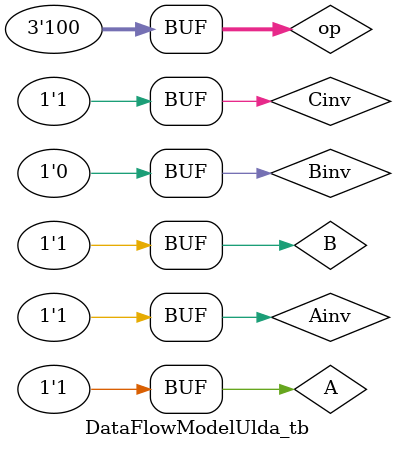
<source format=v>
module DataFlowModelUlda_tb;

    // Parâmetros
    parameter PERIOD = 10;

    // Sinais de Entrada
    reg A, B, Ainv, Binv, Cinv;
    reg [2:0] op;

    // Sinais de Saída
    wire S, Cout;

    // Instância do Módulo a ser testado
    DataFlowModelUlda dut (
        .A(A),
        .B(B),
        .Ainv(Ainv),
        .Binv(Binv),
        .Cinv(Cinv),
        .op(op),
        .S(S),
        .Cout(Cout)
    );

    // Estímulo
    initial begin
        A = 0; B = 0; Ainv = 0; Binv = 0; Cinv = 0; op = 0;

        // Teste 1
        #20 A = 1; B = 0; Ainv = 1; Binv = 1; Cinv = 0; op = 0;
        #20 A = 0; B = 1; Ainv = 1; Binv = 1; Cinv = 0; op = 1;
        #20 A = 1; B = 1; Ainv = 0; Binv = 0; Cinv = 1; op = 2;
        #20 A = 0; B = 0; Ainv = 0; Binv = 0; Cinv = 1; op = 3;
        #20 A = 1; B = 1; Ainv = 1; Binv = 0; Cinv = 1; op = 4;
        #20;
    end

endmodule

</source>
